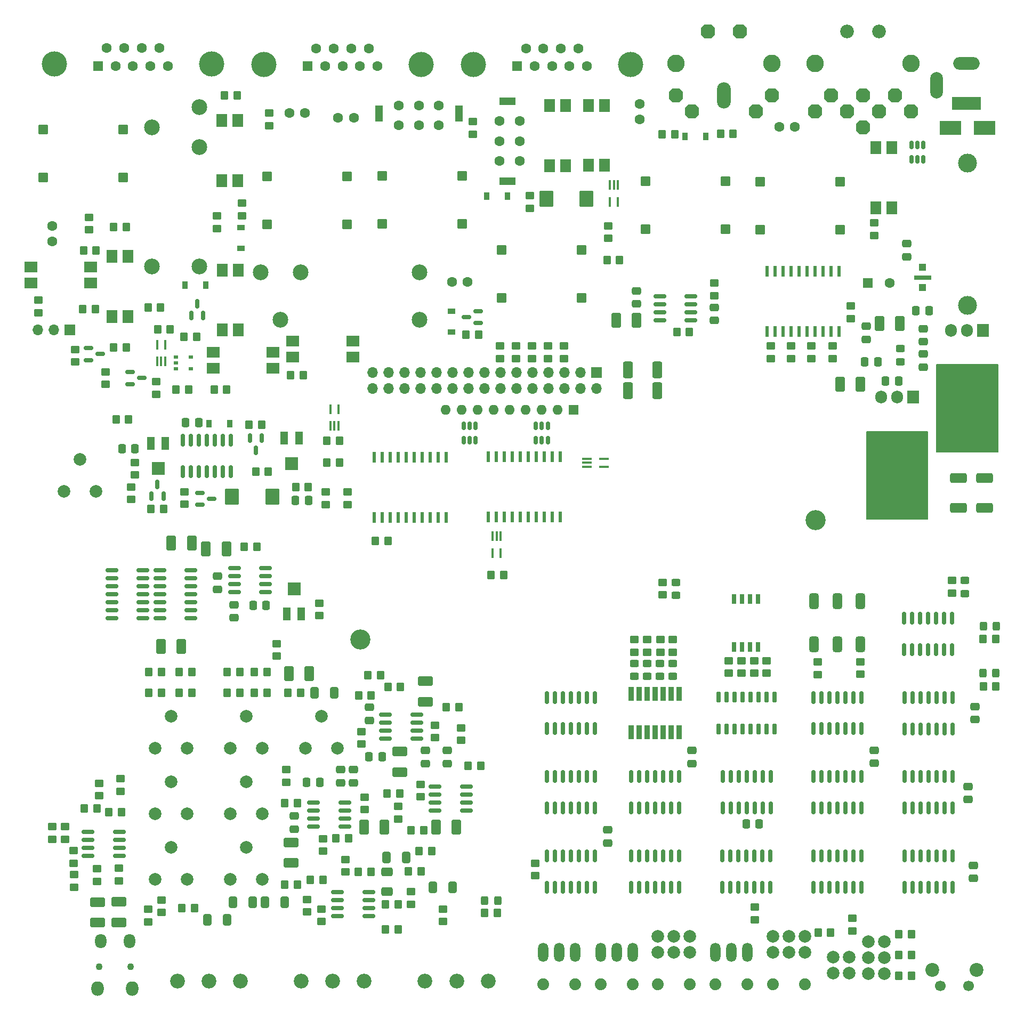
<source format=gts>
G04 #@! TF.GenerationSoftware,KiCad,Pcbnew,6.0.2+dfsg-1*
G04 #@! TF.CreationDate,2023-04-04T21:33:44+02:00*
G04 #@! TF.ProjectId,fm-rpt-control,666d2d72-7074-42d6-936f-6e74726f6c2e,A*
G04 #@! TF.SameCoordinates,Original*
G04 #@! TF.FileFunction,Soldermask,Top*
G04 #@! TF.FilePolarity,Negative*
%FSLAX46Y46*%
G04 Gerber Fmt 4.6, Leading zero omitted, Abs format (unit mm)*
G04 Created by KiCad (PCBNEW 6.0.2+dfsg-1) date 2023-04-04 21:33:44*
%MOMM*%
%LPD*%
G01*
G04 APERTURE LIST*
G04 Aperture macros list*
%AMRoundRect*
0 Rectangle with rounded corners*
0 $1 Rounding radius*
0 $2 $3 $4 $5 $6 $7 $8 $9 X,Y pos of 4 corners*
0 Add a 4 corners polygon primitive as box body*
4,1,4,$2,$3,$4,$5,$6,$7,$8,$9,$2,$3,0*
0 Add four circle primitives for the rounded corners*
1,1,$1+$1,$2,$3*
1,1,$1+$1,$4,$5*
1,1,$1+$1,$6,$7*
1,1,$1+$1,$8,$9*
0 Add four rect primitives between the rounded corners*
20,1,$1+$1,$2,$3,$4,$5,0*
20,1,$1+$1,$4,$5,$6,$7,0*
20,1,$1+$1,$6,$7,$8,$9,0*
20,1,$1+$1,$8,$9,$2,$3,0*%
%AMFreePoly0*
4,1,25,0.555019,1.072796,0.567142,1.062442,1.062442,0.567142,1.090949,0.511194,1.092200,0.495300,1.092200,-0.495300,1.072796,-0.555019,1.062442,-0.567142,0.567142,-1.062442,0.511194,-1.090949,0.495300,-1.092200,-0.495300,-1.092200,-0.555019,-1.072796,-0.567142,-1.062442,-1.062442,-0.567142,-1.090949,-0.511194,-1.092200,-0.495300,-1.092200,0.495300,-1.072796,0.555019,-1.062442,0.567142,
-0.567142,1.062442,-0.511194,1.090949,-0.495300,1.092200,0.495300,1.092200,0.555019,1.072796,0.555019,1.072796,$1*%
G04 Aperture macros list end*
%ADD10C,0.150000*%
%ADD11C,0.010000*%
%ADD12RoundRect,0.250000X0.350000X0.450000X-0.350000X0.450000X-0.350000X-0.450000X0.350000X-0.450000X0*%
%ADD13RoundRect,0.250001X0.499999X0.924999X-0.499999X0.924999X-0.499999X-0.924999X0.499999X-0.924999X0*%
%ADD14RoundRect,0.250000X-0.412500X-0.650000X0.412500X-0.650000X0.412500X0.650000X-0.412500X0.650000X0*%
%ADD15C,1.600000*%
%ADD16R,1.200000X2.500000*%
%ADD17RoundRect,0.250000X-0.475000X0.337500X-0.475000X-0.337500X0.475000X-0.337500X0.475000X0.337500X0*%
%ADD18R,3.500000X2.300000*%
%ADD19O,1.625600X3.048000*%
%ADD20C,1.879600*%
%ADD21RoundRect,0.250000X-0.450000X0.350000X-0.450000X-0.350000X0.450000X-0.350000X0.450000X0.350000X0*%
%ADD22C,2.000000*%
%ADD23RoundRect,0.150000X0.150000X-0.587500X0.150000X0.587500X-0.150000X0.587500X-0.150000X-0.587500X0*%
%ADD24C,2.794000*%
%ADD25FreePoly0,180.000000*%
%ADD26O,2.184400X4.165600*%
%ADD27RoundRect,0.250000X-0.650000X0.412500X-0.650000X-0.412500X0.650000X-0.412500X0.650000X0.412500X0*%
%ADD28RoundRect,0.250000X0.450000X-0.350000X0.450000X0.350000X-0.450000X0.350000X-0.450000X-0.350000X0*%
%ADD29RoundRect,0.150000X-0.150000X0.825000X-0.150000X-0.825000X0.150000X-0.825000X0.150000X0.825000X0*%
%ADD30RoundRect,0.250000X-0.350000X-0.450000X0.350000X-0.450000X0.350000X0.450000X-0.350000X0.450000X0*%
%ADD31RoundRect,0.250000X0.337500X0.475000X-0.337500X0.475000X-0.337500X-0.475000X0.337500X-0.475000X0*%
%ADD32RoundRect,0.250000X0.475000X-0.337500X0.475000X0.337500X-0.475000X0.337500X-0.475000X-0.337500X0*%
%ADD33C,4.000000*%
%ADD34R,1.600000X1.600000*%
%ADD35RoundRect,0.250000X-0.450000X0.325000X-0.450000X-0.325000X0.450000X-0.325000X0.450000X0.325000X0*%
%ADD36RoundRect,0.250000X-0.875000X-1.025000X0.875000X-1.025000X0.875000X1.025000X-0.875000X1.025000X0*%
%ADD37RoundRect,0.150000X-0.825000X-0.150000X0.825000X-0.150000X0.825000X0.150000X-0.825000X0.150000X0*%
%ADD38O,1.600000X1.600000*%
%ADD39RoundRect,0.250000X0.412500X0.650000X-0.412500X0.650000X-0.412500X-0.650000X0.412500X-0.650000X0*%
%ADD40R,0.400000X1.500000*%
%ADD41R,1.700000X1.700000*%
%ADD42O,1.700000X1.700000*%
%ADD43RoundRect,0.101600X-0.654000X0.654000X-0.654000X-0.654000X0.654000X-0.654000X0.654000X0.654000X0*%
%ADD44RoundRect,0.101600X0.330200X1.016000X-0.330200X1.016000X-0.330200X-1.016000X0.330200X-1.016000X0*%
%ADD45C,2.003200*%
%ADD46RoundRect,0.250000X-0.337500X-0.475000X0.337500X-0.475000X0.337500X0.475000X-0.337500X0.475000X0*%
%ADD47RoundRect,0.101600X0.654000X-0.654000X0.654000X0.654000X-0.654000X0.654000X-0.654000X-0.654000X0*%
%ADD48RoundRect,0.150000X0.150000X-0.512500X0.150000X0.512500X-0.150000X0.512500X-0.150000X-0.512500X0*%
%ADD49RoundRect,0.375000X0.375000X-0.875000X0.375000X0.875000X-0.375000X0.875000X-0.375000X-0.875000X0*%
%ADD50C,2.340000*%
%ADD51R,2.500000X1.200000*%
%ADD52R,1.780000X2.000000*%
%ADD53RoundRect,0.249999X-0.512501X-1.075001X0.512501X-1.075001X0.512501X1.075001X-0.512501X1.075001X0*%
%ADD54R,0.900000X1.200000*%
%ADD55RoundRect,0.150000X-0.587500X-0.150000X0.587500X-0.150000X0.587500X0.150000X-0.587500X0.150000X0*%
%ADD56RoundRect,0.150000X-0.150000X0.587500X-0.150000X-0.587500X0.150000X-0.587500X0.150000X0.587500X0*%
%ADD57R,0.700000X0.510000*%
%ADD58RoundRect,0.250001X-0.499999X-0.924999X0.499999X-0.924999X0.499999X0.924999X-0.499999X0.924999X0*%
%ADD59C,1.100000*%
%ADD60O,1.800000X2.300000*%
%ADD61O,2.000000X2.300000*%
%ADD62R,1.500000X0.400000*%
%ADD63R,2.000000X1.780000*%
%ADD64C,2.200000*%
%ADD65C,1.700000*%
%ADD66RoundRect,0.150000X0.587500X0.150000X-0.587500X0.150000X-0.587500X-0.150000X0.587500X-0.150000X0*%
%ADD67R,1.300000X2.000000*%
%ADD68R,2.000000X2.000000*%
%ADD69RoundRect,0.150000X-0.150000X0.725000X-0.150000X-0.725000X0.150000X-0.725000X0.150000X0.725000X0*%
%ADD70RoundRect,0.250001X-0.924999X0.499999X-0.924999X-0.499999X0.924999X-0.499999X0.924999X0.499999X0*%
%ADD71R,0.533400X1.803400*%
%ADD72RoundRect,0.249999X-1.075001X0.512501X-1.075001X-0.512501X1.075001X-0.512501X1.075001X0.512501X0*%
%ADD73RoundRect,0.250000X-0.325000X-0.450000X0.325000X-0.450000X0.325000X0.450000X-0.325000X0.450000X0*%
%ADD74RoundRect,0.250001X0.924999X-0.499999X0.924999X0.499999X-0.924999X0.499999X-0.924999X-0.499999X0*%
%ADD75C,3.200000*%
%ADD76O,3.500000X3.500000*%
%ADD77R,1.905000X2.000000*%
%ADD78O,1.905000X2.000000*%
%ADD79R,1.200000X0.900000*%
%ADD80R,4.600000X2.000000*%
%ADD81O,4.200000X2.000000*%
%ADD82O,2.000000X4.200000*%
%ADD83C,3.000000*%
%ADD84C,2.500000*%
%ADD85R,0.760000X1.600000*%
%ADD86RoundRect,0.250000X0.450000X-0.325000X0.450000X0.325000X-0.450000X0.325000X-0.450000X-0.325000X0*%
%ADD87C,2.184400*%
G04 APERTURE END LIST*
D10*
X150890000Y-81660000D02*
X160580000Y-81660000D01*
X160580000Y-81660000D02*
X160580000Y-95560000D01*
X160580000Y-95560000D02*
X150890000Y-95560000D01*
X150890000Y-95560000D02*
X150890000Y-81660000D01*
G36*
X150890000Y-81660000D02*
G01*
X160580000Y-81660000D01*
X160580000Y-95560000D01*
X150890000Y-95560000D01*
X150890000Y-81660000D01*
G37*
X162000000Y-70960000D02*
X171690000Y-70960000D01*
X171690000Y-70960000D02*
X171690000Y-84860000D01*
X171690000Y-84860000D02*
X162000000Y-84860000D01*
X162000000Y-84860000D02*
X162000000Y-70960000D01*
G36*
X162000000Y-70960000D02*
G01*
X171690000Y-70960000D01*
X171690000Y-84860000D01*
X162000000Y-84860000D01*
X162000000Y-70960000D01*
G37*
D11*
X161020000Y-56820000D02*
X161020000Y-57420000D01*
X161020000Y-57420000D02*
X158420000Y-57420000D01*
X158420000Y-57420000D02*
X158420000Y-56820000D01*
X158420000Y-56820000D02*
X161020000Y-56820000D01*
G36*
X161020000Y-57420000D02*
G01*
X158420000Y-57420000D01*
X158420000Y-56820000D01*
X161020000Y-56820000D01*
X161020000Y-57420000D01*
G37*
X161020000Y-57420000D02*
X158420000Y-57420000D01*
X158420000Y-56820000D01*
X161020000Y-56820000D01*
X161020000Y-57420000D01*
X160220000Y-58220000D02*
X160220000Y-59220000D01*
X160220000Y-59220000D02*
X159220000Y-59220000D01*
X159220000Y-59220000D02*
X159220000Y-58220000D01*
X159220000Y-58220000D02*
X160220000Y-58220000D01*
G36*
X160220000Y-59220000D02*
G01*
X159220000Y-59220000D01*
X159220000Y-58220000D01*
X160220000Y-58220000D01*
X160220000Y-59220000D01*
G37*
X160220000Y-59220000D02*
X159220000Y-59220000D01*
X159220000Y-58220000D01*
X160220000Y-58220000D01*
X160220000Y-59220000D01*
X160220000Y-55020000D02*
X160220000Y-56020000D01*
X160220000Y-56020000D02*
X159220000Y-56020000D01*
X159220000Y-56020000D02*
X159220000Y-55020000D01*
X159220000Y-55020000D02*
X160220000Y-55020000D01*
G36*
X160220000Y-56020000D02*
G01*
X159220000Y-56020000D01*
X159220000Y-55020000D01*
X160220000Y-55020000D01*
X160220000Y-56020000D01*
G37*
X160220000Y-56020000D02*
X159220000Y-56020000D01*
X159220000Y-55020000D01*
X160220000Y-55020000D01*
X160220000Y-56020000D01*
D12*
X54000000Y-99950000D03*
X52000000Y-99950000D03*
D13*
X114325000Y-63950000D03*
X111075000Y-63950000D03*
D14*
X74637500Y-149352000D03*
X77762500Y-149352000D03*
D15*
X76575000Y-29826000D03*
X79750000Y-29826000D03*
X82925000Y-29826000D03*
X76575000Y-33001000D03*
X79750000Y-33001000D03*
X82925000Y-33001000D03*
D16*
X73400000Y-31096000D03*
X86100000Y-31096000D03*
D17*
X157226000Y-51794500D03*
X157226000Y-53869500D03*
D13*
X149875000Y-74150000D03*
X146625000Y-74150000D03*
D12*
X89250000Y-66250000D03*
X87250000Y-66250000D03*
X81772000Y-148336000D03*
X79772000Y-148336000D03*
D18*
X169630000Y-33370000D03*
X164230000Y-33370000D03*
D19*
X104550000Y-164400000D03*
X102010000Y-164400000D03*
X99470000Y-164400000D03*
D20*
X104550000Y-169480000D03*
X99470000Y-169480000D03*
D21*
X25000000Y-152050000D03*
X25000000Y-154050000D03*
D22*
X42926000Y-131941000D03*
X40386000Y-126861000D03*
X37846000Y-131941000D03*
D23*
X43630000Y-63207500D03*
X45530000Y-63207500D03*
X44580000Y-61332500D03*
D22*
X54864000Y-142355000D03*
X52324000Y-137275000D03*
X49784000Y-142355000D03*
D24*
X135820000Y-23130000D03*
X120580000Y-23130000D03*
D25*
X120580000Y-28210000D03*
D26*
X128200000Y-28210000D03*
D25*
X135820000Y-28210000D03*
X123120000Y-30750000D03*
X133280000Y-30750000D03*
X130740000Y-18050000D03*
X125660000Y-18050000D03*
D27*
X74676000Y-151638000D03*
X74676000Y-154763000D03*
D28*
X97756000Y-70056000D03*
X97756000Y-68056000D03*
X64262000Y-159496000D03*
X64262000Y-157496000D03*
D29*
X121110000Y-136465000D03*
X119840000Y-136465000D03*
X118570000Y-136465000D03*
X117300000Y-136465000D03*
X116030000Y-136465000D03*
X114760000Y-136465000D03*
X113490000Y-136465000D03*
X113490000Y-141415000D03*
X114760000Y-141415000D03*
X116030000Y-141415000D03*
X117300000Y-141415000D03*
X118570000Y-141415000D03*
X119840000Y-141415000D03*
X121110000Y-141415000D03*
D30*
X72850000Y-99050000D03*
X74850000Y-99050000D03*
D29*
X150070000Y-136455000D03*
X148800000Y-136455000D03*
X147530000Y-136455000D03*
X146260000Y-136455000D03*
X144990000Y-136455000D03*
X143720000Y-136455000D03*
X142450000Y-136455000D03*
X142450000Y-141405000D03*
X143720000Y-141405000D03*
X144990000Y-141405000D03*
X146260000Y-141405000D03*
X147530000Y-141405000D03*
X148800000Y-141405000D03*
X150070000Y-141405000D03*
D31*
X55487500Y-109300000D03*
X53412500Y-109300000D03*
D30*
X49292000Y-123190000D03*
X51292000Y-123190000D03*
D32*
X159860000Y-71387500D03*
X159860000Y-69312500D03*
D28*
X129000000Y-120050000D03*
X129000000Y-118050000D03*
X32400000Y-138800000D03*
X32400000Y-136800000D03*
D33*
X46850000Y-23280331D03*
X21850000Y-23280331D03*
D34*
X28810000Y-23580331D03*
D15*
X31580000Y-23580331D03*
X34350000Y-23580331D03*
X37120000Y-23580331D03*
X39890000Y-23580331D03*
X30195000Y-20740331D03*
X32965000Y-20740331D03*
X35735000Y-20740331D03*
X38505000Y-20740331D03*
D32*
X47750000Y-106687500D03*
X47750000Y-104612500D03*
D35*
X120100000Y-118475000D03*
X120100000Y-120525000D03*
D36*
X100000000Y-44700000D03*
X106400000Y-44700000D03*
D32*
X59944000Y-144785500D03*
X59944000Y-142710500D03*
D29*
X121120000Y-149095000D03*
X119850000Y-149095000D03*
X118580000Y-149095000D03*
X117310000Y-149095000D03*
X116040000Y-149095000D03*
X114770000Y-149095000D03*
X113500000Y-149095000D03*
X113500000Y-154045000D03*
X114770000Y-154045000D03*
X116040000Y-154045000D03*
X117310000Y-154045000D03*
X118580000Y-154045000D03*
X119850000Y-154045000D03*
X121120000Y-154045000D03*
D37*
X50475000Y-103295000D03*
X50475000Y-104565000D03*
X50475000Y-105835000D03*
X50475000Y-107105000D03*
X55425000Y-107105000D03*
X55425000Y-105835000D03*
X55425000Y-104565000D03*
X55425000Y-103295000D03*
D34*
X104375000Y-78200000D03*
D38*
X101835000Y-78200000D03*
X99295000Y-78200000D03*
X96755000Y-78200000D03*
X94215000Y-78200000D03*
X91675000Y-78200000D03*
X89135000Y-78200000D03*
X86595000Y-78200000D03*
X84055000Y-78200000D03*
D30*
X41672000Y-123190000D03*
X43672000Y-123190000D03*
D12*
X43200000Y-74950000D03*
X41200000Y-74950000D03*
D29*
X49860000Y-83025000D03*
X48590000Y-83025000D03*
X47320000Y-83025000D03*
X46050000Y-83025000D03*
X44780000Y-83025000D03*
X43510000Y-83025000D03*
X42240000Y-83025000D03*
X42240000Y-87975000D03*
X43510000Y-87975000D03*
X44780000Y-87975000D03*
X46050000Y-87975000D03*
X47320000Y-87975000D03*
X48590000Y-87975000D03*
X49860000Y-87975000D03*
D12*
X32500000Y-142100000D03*
X30500000Y-142100000D03*
D39*
X58458500Y-156464000D03*
X55333500Y-156464000D03*
D40*
X92750000Y-98270000D03*
X92100000Y-98270000D03*
X91450000Y-98270000D03*
X91450000Y-100930000D03*
X92750000Y-100930000D03*
D22*
X145530000Y-165130000D03*
X148070000Y-165130000D03*
X145530000Y-167670000D03*
X148070000Y-167670000D03*
D40*
X111400000Y-42470000D03*
X110750000Y-42470000D03*
X110100000Y-42470000D03*
X110100000Y-45130000D03*
X111400000Y-45130000D03*
D21*
X135670000Y-68030000D03*
X135670000Y-70030000D03*
D41*
X24335000Y-65500000D03*
D42*
X21795000Y-65500000D03*
X19255000Y-65500000D03*
D30*
X53850000Y-88000000D03*
X55850000Y-88000000D03*
D21*
X143100000Y-118250000D03*
X143100000Y-120250000D03*
D12*
X67150000Y-86570000D03*
X65150000Y-86570000D03*
D28*
X28950000Y-139500000D03*
X28950000Y-137500000D03*
D29*
X135600000Y-149085000D03*
X134330000Y-149085000D03*
X133060000Y-149085000D03*
X131790000Y-149085000D03*
X130520000Y-149085000D03*
X129250000Y-149085000D03*
X127980000Y-149085000D03*
X127980000Y-154035000D03*
X129250000Y-154035000D03*
X130520000Y-154035000D03*
X131790000Y-154035000D03*
X133060000Y-154035000D03*
X134330000Y-154035000D03*
X135600000Y-154035000D03*
D15*
X114830000Y-29570000D03*
X114830000Y-32070000D03*
D43*
X105615000Y-60375000D03*
X105615000Y-52755000D03*
X92915000Y-60375000D03*
X92915000Y-52755000D03*
D30*
X127690000Y-34320000D03*
X129690000Y-34320000D03*
D15*
X59200000Y-31000000D03*
X61700000Y-31000000D03*
D21*
X71120000Y-139716000D03*
X71120000Y-141716000D03*
D37*
X63057000Y-140573000D03*
X63057000Y-141843000D03*
X63057000Y-143113000D03*
X63057000Y-144383000D03*
X68007000Y-144383000D03*
X68007000Y-143113000D03*
X68007000Y-141843000D03*
X68007000Y-140573000D03*
D21*
X82296000Y-128286000D03*
X82296000Y-130286000D03*
D37*
X27225000Y-145245000D03*
X27225000Y-146515000D03*
X27225000Y-147785000D03*
X27225000Y-149055000D03*
X32175000Y-149055000D03*
X32175000Y-147785000D03*
X32175000Y-146515000D03*
X32175000Y-145245000D03*
D28*
X28600000Y-153100000D03*
X28600000Y-151100000D03*
D30*
X53610000Y-123190000D03*
X55610000Y-123190000D03*
D44*
X121110000Y-123306600D03*
X119840000Y-123306600D03*
X118570000Y-123306600D03*
X117300000Y-123306600D03*
X116030000Y-123306600D03*
X114760000Y-123306600D03*
X113490000Y-123306600D03*
X113490000Y-129453400D03*
X114760000Y-129453400D03*
X116030000Y-129453400D03*
X117300000Y-129453400D03*
X118570000Y-129453400D03*
X119840000Y-129453400D03*
X121110000Y-129453400D03*
D32*
X84300000Y-134387500D03*
X84300000Y-132312500D03*
D45*
X122790000Y-164420000D03*
X120250000Y-164420000D03*
X117710000Y-164420000D03*
X122790000Y-161880000D03*
X120250000Y-161880000D03*
X117710000Y-161880000D03*
D20*
X122790000Y-169500000D03*
X117710000Y-169500000D03*
D46*
X32612500Y-84400000D03*
X34687500Y-84400000D03*
D12*
X33650000Y-79750000D03*
X31650000Y-79750000D03*
D28*
X118500000Y-107600000D03*
X118500000Y-105600000D03*
D30*
X58944000Y-123190000D03*
X60944000Y-123190000D03*
D28*
X92676000Y-70056000D03*
X92676000Y-68056000D03*
X80010000Y-139684000D03*
X80010000Y-137684000D03*
D12*
X76850000Y-122200000D03*
X74850000Y-122200000D03*
D21*
X42550000Y-91200000D03*
X42550000Y-93200000D03*
D47*
X55675000Y-41095000D03*
X55675000Y-48715000D03*
X68375000Y-41095000D03*
X68375000Y-48715000D03*
D48*
X98330000Y-83037500D03*
X99280000Y-83037500D03*
X100230000Y-83037500D03*
X100230000Y-80762500D03*
X99280000Y-80762500D03*
X98330000Y-80762500D03*
D21*
X149883500Y-118200000D03*
X149883500Y-120200000D03*
D29*
X107720000Y-136475000D03*
X106450000Y-136475000D03*
X105180000Y-136475000D03*
X103910000Y-136475000D03*
X102640000Y-136475000D03*
X101370000Y-136475000D03*
X100100000Y-136475000D03*
X100100000Y-141425000D03*
X101370000Y-141425000D03*
X102640000Y-141425000D03*
X103910000Y-141425000D03*
X105180000Y-141425000D03*
X106450000Y-141425000D03*
X107720000Y-141425000D03*
D21*
X58674000Y-135382000D03*
X58674000Y-137382000D03*
D29*
X107710000Y-123895000D03*
X106440000Y-123895000D03*
X105170000Y-123895000D03*
X103900000Y-123895000D03*
X102630000Y-123895000D03*
X101360000Y-123895000D03*
X100090000Y-123895000D03*
X100090000Y-128845000D03*
X101360000Y-128845000D03*
X102630000Y-128845000D03*
X103900000Y-128845000D03*
X105170000Y-128845000D03*
X106440000Y-128845000D03*
X107710000Y-128845000D03*
D49*
X142552000Y-115479000D03*
X146235000Y-115479000D03*
X149918000Y-115479000D03*
X142552000Y-108621000D03*
X146235000Y-108621000D03*
X149918000Y-108621000D03*
D30*
X37200000Y-93950000D03*
X39200000Y-93950000D03*
D15*
X66950000Y-31800000D03*
X69450000Y-31800000D03*
D39*
X53378500Y-156464000D03*
X50253500Y-156464000D03*
D28*
X24950000Y-150250000D03*
X24950000Y-148250000D03*
D50*
X41450000Y-168950000D03*
X46450000Y-168950000D03*
X51450000Y-168950000D03*
D30*
X70120000Y-151638000D03*
X72120000Y-151638000D03*
D15*
X92576000Y-38675000D03*
X92576000Y-35500000D03*
X92576000Y-32325000D03*
X95751000Y-38675000D03*
X95751000Y-35500000D03*
X95751000Y-32325000D03*
D51*
X93846000Y-41850000D03*
X93846000Y-29150000D03*
D28*
X164450000Y-107300000D03*
X164450000Y-105300000D03*
D30*
X38280000Y-65370000D03*
X40280000Y-65370000D03*
D37*
X74487000Y-126619000D03*
X74487000Y-127889000D03*
X74487000Y-129159000D03*
X74487000Y-130429000D03*
X79437000Y-130429000D03*
X79437000Y-129159000D03*
X79437000Y-127889000D03*
X79437000Y-126619000D03*
D52*
X51070000Y-55985000D03*
X48530000Y-55985000D03*
X48530000Y-65515000D03*
X51070000Y-65515000D03*
D32*
X150850000Y-66987500D03*
X150850000Y-64912500D03*
D53*
X112944500Y-71850000D03*
X117619500Y-71850000D03*
D32*
X114325000Y-61362500D03*
X114325000Y-59287500D03*
X50400000Y-111237500D03*
X50400000Y-109162500D03*
D52*
X100530000Y-39415000D03*
X103070000Y-39415000D03*
X103070000Y-29885000D03*
X100530000Y-29885000D03*
D37*
X66867000Y-154813000D03*
X66867000Y-156083000D03*
X66867000Y-157353000D03*
X66867000Y-158623000D03*
X71817000Y-158623000D03*
X71817000Y-157353000D03*
X71817000Y-156083000D03*
X71817000Y-154813000D03*
D12*
X50900000Y-28200000D03*
X48900000Y-28200000D03*
D41*
X107939000Y-72265000D03*
D42*
X107939000Y-74805000D03*
X105399000Y-72265000D03*
X105399000Y-74805000D03*
X102859000Y-72265000D03*
X102859000Y-74805000D03*
X100319000Y-72265000D03*
X100319000Y-74805000D03*
X97779000Y-72265000D03*
X97779000Y-74805000D03*
X95239000Y-72265000D03*
X95239000Y-74805000D03*
X92699000Y-72265000D03*
X92699000Y-74805000D03*
X90159000Y-72265000D03*
X90159000Y-74805000D03*
X87619000Y-72265000D03*
X87619000Y-74805000D03*
X85079000Y-72265000D03*
X85079000Y-74805000D03*
X82539000Y-72265000D03*
X82539000Y-74805000D03*
X79999000Y-72265000D03*
X79999000Y-74805000D03*
X77459000Y-72265000D03*
X77459000Y-74805000D03*
X74919000Y-72265000D03*
X74919000Y-74805000D03*
X72379000Y-72265000D03*
X72379000Y-74805000D03*
D29*
X164540000Y-136475000D03*
X163270000Y-136475000D03*
X162000000Y-136475000D03*
X160730000Y-136475000D03*
X159460000Y-136475000D03*
X158190000Y-136475000D03*
X156920000Y-136475000D03*
X156920000Y-141425000D03*
X158190000Y-141425000D03*
X159460000Y-141425000D03*
X160730000Y-141425000D03*
X162000000Y-141425000D03*
X163270000Y-141425000D03*
X164540000Y-141425000D03*
D52*
X106730000Y-39365000D03*
X109270000Y-39365000D03*
X109270000Y-29835000D03*
X106730000Y-29835000D03*
D22*
X28440000Y-91155000D03*
X25900000Y-86075000D03*
X23360000Y-91155000D03*
D47*
X115735000Y-41905000D03*
X115735000Y-49525000D03*
X128435000Y-41905000D03*
X128435000Y-49525000D03*
D54*
X93800000Y-44200000D03*
X90500000Y-44200000D03*
D47*
X73925000Y-41045000D03*
X73925000Y-48665000D03*
X86625000Y-41045000D03*
X86625000Y-48665000D03*
D28*
X32100000Y-153000000D03*
X32100000Y-151000000D03*
D55*
X44962500Y-91400000D03*
X44962500Y-93300000D03*
X46837500Y-92350000D03*
D30*
X71644000Y-120396000D03*
X73644000Y-120396000D03*
D56*
X54800000Y-82712500D03*
X52900000Y-82712500D03*
X53850000Y-84587500D03*
D15*
X21520000Y-51450000D03*
X21520000Y-48950000D03*
D57*
X41190000Y-69800000D03*
X41190000Y-70750000D03*
X41190000Y-71700000D03*
X43510000Y-71700000D03*
X43510000Y-69800000D03*
D35*
X120550000Y-105625000D03*
X120550000Y-107675000D03*
D58*
X59081000Y-120142000D03*
X62331000Y-120142000D03*
D59*
X34000000Y-166625000D03*
X29000000Y-166625000D03*
D60*
X29200000Y-162625000D03*
X33800000Y-162625000D03*
D61*
X28750000Y-170125000D03*
X34250000Y-170125000D03*
D28*
X61976000Y-157972000D03*
X61976000Y-155972000D03*
D62*
X106470000Y-85950000D03*
X106470000Y-86600000D03*
X106470000Y-87250000D03*
X109130000Y-87250000D03*
X109130000Y-85950000D03*
D63*
X27635000Y-58060000D03*
X27635000Y-55520000D03*
X18105000Y-55520000D03*
X18105000Y-58060000D03*
D52*
X50970000Y-32255000D03*
X48430000Y-32255000D03*
X48430000Y-41785000D03*
X50970000Y-41785000D03*
D39*
X85112500Y-154050000D03*
X81987500Y-154050000D03*
D64*
X161350000Y-167200000D03*
X168350000Y-167200000D03*
D65*
X167100000Y-169700000D03*
X162600000Y-169700000D03*
D28*
X27400000Y-49610000D03*
X27400000Y-47610000D03*
D63*
X47085000Y-69080000D03*
X47085000Y-71620000D03*
X56615000Y-71620000D03*
X56615000Y-69080000D03*
D28*
X113950000Y-116700000D03*
X113950000Y-114700000D03*
D32*
X67310000Y-137435500D03*
X67310000Y-135360500D03*
D30*
X36846000Y-119888000D03*
X38846000Y-119888000D03*
D28*
X131000000Y-120050000D03*
X131000000Y-118050000D03*
D54*
X122070000Y-34730000D03*
X125370000Y-34730000D03*
D28*
X102836000Y-70056000D03*
X102836000Y-68056000D03*
D48*
X158000000Y-38375000D03*
X158950000Y-38375000D03*
X159900000Y-38375000D03*
X159900000Y-36100000D03*
X158950000Y-36100000D03*
X158000000Y-36100000D03*
D21*
X34650000Y-86550000D03*
X34650000Y-88550000D03*
X38850000Y-156050000D03*
X38850000Y-158050000D03*
D28*
X97350000Y-46150000D03*
X97350000Y-44150000D03*
D12*
X68564000Y-146304000D03*
X66564000Y-146304000D03*
D21*
X78486000Y-154740500D03*
X78486000Y-156740500D03*
D28*
X148575000Y-160975000D03*
X148575000Y-158975000D03*
D17*
X168050000Y-125312500D03*
X168050000Y-127387500D03*
D66*
X89185500Y-64424000D03*
X89185500Y-62524000D03*
X87310500Y-63474000D03*
D31*
X73935500Y-133350000D03*
X71860500Y-133350000D03*
D37*
X82361000Y-138049000D03*
X82361000Y-139319000D03*
X82361000Y-140589000D03*
X82361000Y-141859000D03*
X87311000Y-141859000D03*
X87311000Y-140589000D03*
X87311000Y-139319000D03*
X87311000Y-138049000D03*
D30*
X42100000Y-157350000D03*
X44100000Y-157350000D03*
D35*
X166500000Y-105325000D03*
X166500000Y-107375000D03*
D29*
X164500000Y-123935000D03*
X163230000Y-123935000D03*
X161960000Y-123935000D03*
X160690000Y-123935000D03*
X159420000Y-123935000D03*
X158150000Y-123935000D03*
X156880000Y-123935000D03*
X156880000Y-128885000D03*
X158150000Y-128885000D03*
X159420000Y-128885000D03*
X160690000Y-128885000D03*
X161960000Y-128885000D03*
X163230000Y-128885000D03*
X164500000Y-128885000D03*
D30*
X109650000Y-54400000D03*
X111650000Y-54400000D03*
D67*
X39500000Y-83500000D03*
D68*
X38350000Y-87500000D03*
D67*
X37200000Y-83500000D03*
D69*
X136275000Y-123795000D03*
X135005000Y-123795000D03*
X133735000Y-123795000D03*
X132465000Y-123795000D03*
X131195000Y-123795000D03*
X129925000Y-123795000D03*
X128655000Y-123795000D03*
X127385000Y-123795000D03*
X127385000Y-128945000D03*
X128655000Y-128945000D03*
X129925000Y-128945000D03*
X131195000Y-128945000D03*
X132465000Y-128945000D03*
X133735000Y-128945000D03*
X135005000Y-128945000D03*
X136275000Y-128945000D03*
D31*
X133837500Y-144000000D03*
X131762500Y-144000000D03*
D30*
X53610000Y-119888000D03*
X55610000Y-119888000D03*
D21*
X98250000Y-150200000D03*
X98250000Y-152200000D03*
D22*
X42926000Y-142355000D03*
X40386000Y-137275000D03*
X37846000Y-142355000D03*
D40*
X65700000Y-80750000D03*
X66350000Y-80750000D03*
X67000000Y-80750000D03*
X67000000Y-78090000D03*
X65700000Y-78090000D03*
D28*
X68450000Y-93250000D03*
X68450000Y-91250000D03*
D13*
X49175000Y-100250000D03*
X45925000Y-100250000D03*
D31*
X62237500Y-92600000D03*
X60162500Y-92600000D03*
D12*
X49250000Y-74950000D03*
X47250000Y-74950000D03*
D21*
X23530000Y-144440000D03*
X23530000Y-146440000D03*
D30*
X155972000Y-168148000D03*
X157972000Y-168148000D03*
D70*
X28700000Y-156425000D03*
X28700000Y-159675000D03*
D13*
X85699000Y-144526000D03*
X82449000Y-144526000D03*
D22*
X42926000Y-152769000D03*
X40386000Y-147689000D03*
X37846000Y-152769000D03*
D30*
X31258000Y-68326000D03*
X33258000Y-68326000D03*
D31*
X44787500Y-80250000D03*
X42712500Y-80250000D03*
D30*
X155972000Y-164846000D03*
X157972000Y-164846000D03*
D21*
X38000000Y-73700000D03*
X38000000Y-75700000D03*
D12*
X120380000Y-34380000D03*
X118380000Y-34380000D03*
D28*
X51660000Y-47380000D03*
X51660000Y-45380000D03*
D71*
X84065000Y-85724800D03*
X82795000Y-85724800D03*
X81525000Y-85724800D03*
X80255000Y-85724800D03*
X78985000Y-85724800D03*
X77715000Y-85724800D03*
X76445000Y-85724800D03*
X75175000Y-85724800D03*
X73905000Y-85724800D03*
X72635000Y-85724800D03*
X72635000Y-95275200D03*
X73905000Y-95275200D03*
X75175000Y-95275200D03*
X76445000Y-95275200D03*
X77715000Y-95275200D03*
X78985000Y-95275200D03*
X80255000Y-95275200D03*
X81525000Y-95275200D03*
X82795000Y-95275200D03*
X84065000Y-95275200D03*
D17*
X167850000Y-150562500D03*
X167850000Y-152637500D03*
D46*
X61954500Y-137398000D03*
X64029500Y-137398000D03*
D22*
X54864000Y-152769000D03*
X52324000Y-147689000D03*
X49784000Y-152769000D03*
D12*
X72200000Y-123550000D03*
X70200000Y-123550000D03*
D30*
X42460000Y-66580000D03*
X44460000Y-66580000D03*
D12*
X61375000Y-72650000D03*
X59375000Y-72650000D03*
D30*
X143175000Y-161290000D03*
X145175000Y-161290000D03*
D72*
X169650000Y-89062500D03*
X169650000Y-93737500D03*
D21*
X63950000Y-108900000D03*
X63950000Y-110900000D03*
D28*
X86450000Y-130700000D03*
X86450000Y-128700000D03*
D29*
X150060000Y-149085000D03*
X148790000Y-149085000D03*
X147520000Y-149085000D03*
X146250000Y-149085000D03*
X144980000Y-149085000D03*
X143710000Y-149085000D03*
X142440000Y-149085000D03*
X142440000Y-154035000D03*
X143710000Y-154035000D03*
X144980000Y-154035000D03*
X146250000Y-154035000D03*
X147520000Y-154035000D03*
X148790000Y-154035000D03*
X150060000Y-154035000D03*
D21*
X133150000Y-157200000D03*
X133150000Y-159200000D03*
D67*
X60700000Y-82700000D03*
D68*
X59550000Y-86700000D03*
D67*
X58400000Y-82700000D03*
D46*
X158692500Y-62470000D03*
X160767500Y-62470000D03*
D36*
X50100000Y-92000000D03*
X56500000Y-92000000D03*
D73*
X90225000Y-156200000D03*
X92275000Y-156200000D03*
D29*
X150050000Y-123905000D03*
X148780000Y-123905000D03*
X147510000Y-123905000D03*
X146240000Y-123905000D03*
X144970000Y-123905000D03*
X143700000Y-123905000D03*
X142430000Y-123905000D03*
X142430000Y-128855000D03*
X143700000Y-128855000D03*
X144970000Y-128855000D03*
X146240000Y-128855000D03*
X147510000Y-128855000D03*
X148780000Y-128855000D03*
X150050000Y-128855000D03*
D30*
X60200000Y-90500000D03*
X62200000Y-90500000D03*
D28*
X83566000Y-159496000D03*
X83566000Y-157496000D03*
D74*
X80772000Y-124561000D03*
X80772000Y-121311000D03*
D30*
X36750000Y-61900000D03*
X38750000Y-61900000D03*
X78100000Y-151525000D03*
X80100000Y-151525000D03*
D22*
X66802000Y-131941000D03*
X64262000Y-126861000D03*
X61722000Y-131941000D03*
D37*
X118021250Y-60157500D03*
X118021250Y-61427500D03*
X118021250Y-62697500D03*
X118021250Y-63967500D03*
X122971250Y-63967500D03*
X122971250Y-62697500D03*
X122971250Y-61427500D03*
X122971250Y-60157500D03*
D22*
X54864000Y-131941000D03*
X52324000Y-126861000D03*
X49784000Y-131941000D03*
D12*
X86100000Y-125450000D03*
X84100000Y-125450000D03*
D35*
X113950000Y-118475000D03*
X113950000Y-120525000D03*
D67*
X58800000Y-110650000D03*
D68*
X59950000Y-106650000D03*
D67*
X61100000Y-110650000D03*
D30*
X62500000Y-152908000D03*
X64500000Y-152908000D03*
D28*
X95216000Y-70056000D03*
X95216000Y-68056000D03*
D75*
X142800000Y-95700000D03*
D46*
X150600500Y-70612000D03*
X152675500Y-70612000D03*
D30*
X36846000Y-123190000D03*
X38846000Y-123190000D03*
D29*
X107700000Y-149085000D03*
X106430000Y-149085000D03*
X105160000Y-149085000D03*
X103890000Y-149085000D03*
X102620000Y-149085000D03*
X101350000Y-149085000D03*
X100080000Y-149085000D03*
X100080000Y-154035000D03*
X101350000Y-154035000D03*
X102620000Y-154035000D03*
X103890000Y-154035000D03*
X105160000Y-154035000D03*
X106430000Y-154035000D03*
X107700000Y-154035000D03*
D76*
X166800000Y-82230000D03*
D77*
X169340000Y-65570000D03*
D78*
X166800000Y-65570000D03*
X164260000Y-65570000D03*
D28*
X64950000Y-93250000D03*
X64950000Y-91250000D03*
D73*
X169400000Y-112575000D03*
X171450000Y-112575000D03*
D13*
X156155000Y-64490000D03*
X152905000Y-64490000D03*
D53*
X112944500Y-75152000D03*
X117619500Y-75152000D03*
D71*
X135035000Y-65725200D03*
X136305000Y-65725200D03*
X137575000Y-65725200D03*
X138845000Y-65725200D03*
X140115000Y-65725200D03*
X141385000Y-65725200D03*
X142655000Y-65725200D03*
X143925000Y-65725200D03*
X145195000Y-65725200D03*
X146465000Y-65725200D03*
X146465000Y-56174800D03*
X145195000Y-56174800D03*
X143925000Y-56174800D03*
X142655000Y-56174800D03*
X141385000Y-56174800D03*
X140115000Y-56174800D03*
X138845000Y-56174800D03*
X137575000Y-56174800D03*
X136305000Y-56174800D03*
X135035000Y-56174800D03*
D12*
X122746250Y-65812500D03*
X120746250Y-65812500D03*
D21*
X34100000Y-90450000D03*
X34100000Y-92450000D03*
D35*
X116000000Y-118475000D03*
X116000000Y-120525000D03*
D30*
X49292000Y-119888000D03*
X51292000Y-119888000D03*
D47*
X133975000Y-41915000D03*
X133975000Y-49535000D03*
X146675000Y-41915000D03*
X146675000Y-49535000D03*
D12*
X171375000Y-114625000D03*
X169375000Y-114625000D03*
D28*
X133000000Y-120050000D03*
X133000000Y-118050000D03*
D21*
X76454000Y-141224000D03*
X76454000Y-143224000D03*
D79*
X51510000Y-52560000D03*
X51510000Y-49260000D03*
D28*
X36800000Y-159550000D03*
X36800000Y-157550000D03*
X68072000Y-151622000D03*
X68072000Y-149622000D03*
D70*
X76708000Y-132487000D03*
X76708000Y-135737000D03*
D58*
X40425000Y-99350000D03*
X43675000Y-99350000D03*
D70*
X32100000Y-156375000D03*
X32100000Y-159625000D03*
D17*
X167000000Y-138012500D03*
X167000000Y-140087500D03*
D12*
X76438000Y-156756500D03*
X74438000Y-156756500D03*
D28*
X25146000Y-70596000D03*
X25146000Y-68596000D03*
D17*
X109750000Y-144912500D03*
X109750000Y-146987500D03*
D21*
X57150000Y-115332000D03*
X57150000Y-117332000D03*
D30*
X52800000Y-80600000D03*
X54800000Y-80600000D03*
D54*
X45900000Y-58350000D03*
X42600000Y-58350000D03*
D50*
X61070000Y-168950000D03*
X66070000Y-168950000D03*
X71070000Y-168950000D03*
D32*
X126696250Y-64000000D03*
X126696250Y-61925000D03*
D21*
X148400000Y-61700000D03*
X148400000Y-63700000D03*
D52*
X152320000Y-46085000D03*
X154860000Y-46085000D03*
X154860000Y-36555000D03*
X152320000Y-36555000D03*
D12*
X80502000Y-145034000D03*
X78502000Y-145034000D03*
D55*
X27256500Y-68392000D03*
X27256500Y-70292000D03*
X29131500Y-69342000D03*
D80*
X166760000Y-29490000D03*
D81*
X166760000Y-23190000D03*
D82*
X161960000Y-26590000D03*
D29*
X164460000Y-111325000D03*
X163190000Y-111325000D03*
X161920000Y-111325000D03*
X160650000Y-111325000D03*
X159380000Y-111325000D03*
X158110000Y-111325000D03*
X156840000Y-111325000D03*
X156840000Y-116275000D03*
X158110000Y-116275000D03*
X159380000Y-116275000D03*
X160650000Y-116275000D03*
X161920000Y-116275000D03*
X163190000Y-116275000D03*
X164460000Y-116275000D03*
D79*
X84950000Y-65800000D03*
X84950000Y-62500000D03*
D40*
X38170000Y-70510000D03*
X38820000Y-70510000D03*
X39470000Y-70510000D03*
X39470000Y-67850000D03*
X38170000Y-67850000D03*
D28*
X120100000Y-116700000D03*
X120100000Y-114700000D03*
D73*
X169375000Y-120050000D03*
X171425000Y-120050000D03*
D21*
X145470000Y-68030000D03*
X145470000Y-70030000D03*
D12*
X89600000Y-134750000D03*
X87600000Y-134750000D03*
D28*
X55950000Y-33050000D03*
X55950000Y-31050000D03*
D63*
X59735000Y-67230000D03*
X59735000Y-69770000D03*
X69265000Y-69770000D03*
X69265000Y-67230000D03*
D83*
X166940000Y-61630000D03*
X166940000Y-39030000D03*
D22*
X151140000Y-162713500D03*
X153680000Y-162713500D03*
X151140000Y-165253500D03*
X153680000Y-165253500D03*
X151140000Y-167793500D03*
X153680000Y-167793500D03*
D33*
X88420000Y-23300331D03*
X113420000Y-23300331D03*
D34*
X95380000Y-23600331D03*
D15*
X98150000Y-23600331D03*
X100920000Y-23600331D03*
X103690000Y-23600331D03*
X106460000Y-23600331D03*
X96765000Y-20760331D03*
X99535000Y-20760331D03*
X102305000Y-20760331D03*
X105075000Y-20760331D03*
D34*
X151080000Y-58060000D03*
D15*
X154580000Y-58060000D03*
D17*
X123150000Y-132312500D03*
X123150000Y-134387500D03*
D37*
X38625000Y-103640000D03*
X38625000Y-104910000D03*
X38625000Y-106180000D03*
X38625000Y-107450000D03*
X38625000Y-108720000D03*
X38625000Y-109990000D03*
X38625000Y-111260000D03*
X43575000Y-111260000D03*
X43575000Y-109990000D03*
X43575000Y-108720000D03*
X43575000Y-107450000D03*
X43575000Y-106180000D03*
X43575000Y-104910000D03*
X43575000Y-103640000D03*
D30*
X91200000Y-104400000D03*
X93200000Y-104400000D03*
D28*
X135000000Y-120050000D03*
X135000000Y-118050000D03*
D52*
X33520000Y-53805000D03*
X30980000Y-53805000D03*
X30980000Y-63335000D03*
X33520000Y-63335000D03*
D21*
X19340000Y-60740000D03*
X19340000Y-62740000D03*
D12*
X28350000Y-62200000D03*
X26350000Y-62200000D03*
D71*
X102201000Y-85616800D03*
X100931000Y-85616800D03*
X99661000Y-85616800D03*
X98391000Y-85616800D03*
X97121000Y-85616800D03*
X95851000Y-85616800D03*
X94581000Y-85616800D03*
X93311000Y-85616800D03*
X92041000Y-85616800D03*
X90771000Y-85616800D03*
X90771000Y-95167200D03*
X92041000Y-95167200D03*
X93311000Y-95167200D03*
X94581000Y-95167200D03*
X95851000Y-95167200D03*
X97121000Y-95167200D03*
X98391000Y-95167200D03*
X99661000Y-95167200D03*
X100931000Y-95167200D03*
X102201000Y-95167200D03*
D54*
X46450000Y-80400000D03*
X49750000Y-80400000D03*
D35*
X118050000Y-118475000D03*
X118050000Y-120525000D03*
D55*
X33860500Y-72202000D03*
X33860500Y-74102000D03*
X35735500Y-73152000D03*
D37*
X30975000Y-103640000D03*
X30975000Y-104910000D03*
X30975000Y-106180000D03*
X30975000Y-107450000D03*
X30975000Y-108720000D03*
X30975000Y-109990000D03*
X30975000Y-111260000D03*
X35925000Y-111260000D03*
X35925000Y-109990000D03*
X35925000Y-108720000D03*
X35925000Y-107450000D03*
X35925000Y-106180000D03*
X35925000Y-104910000D03*
X35925000Y-103640000D03*
D33*
X55130000Y-23300331D03*
X80130000Y-23300331D03*
D34*
X62090000Y-23600331D03*
D15*
X64860000Y-23600331D03*
X67630000Y-23600331D03*
X70400000Y-23600331D03*
X73170000Y-23600331D03*
X63475000Y-20760331D03*
X66245000Y-20760331D03*
X69015000Y-20760331D03*
X71785000Y-20760331D03*
D21*
X88300000Y-32400000D03*
X88300000Y-34400000D03*
D15*
X136990000Y-33210000D03*
X139490000Y-33210000D03*
D47*
X20100000Y-33670000D03*
X20100000Y-41290000D03*
X32800000Y-33670000D03*
X32800000Y-41290000D03*
D45*
X141040000Y-164420000D03*
X138500000Y-164420000D03*
X135960000Y-164420000D03*
X141040000Y-161880000D03*
X138500000Y-161880000D03*
X135960000Y-161880000D03*
D20*
X141040000Y-169500000D03*
X135960000Y-169500000D03*
D28*
X116000000Y-116700000D03*
X116000000Y-114700000D03*
D15*
X85000000Y-57850000D03*
X87500000Y-57850000D03*
D21*
X138870000Y-68030000D03*
X138870000Y-70030000D03*
D84*
X57788500Y-63846500D03*
X60963500Y-56353500D03*
X54613500Y-56353500D03*
X79886500Y-63846500D03*
X79886500Y-56353500D03*
D30*
X31260000Y-49160000D03*
X33260000Y-49160000D03*
D28*
X100296000Y-70056000D03*
X100296000Y-68056000D03*
D21*
X109800000Y-48950000D03*
X109800000Y-50950000D03*
D85*
X129845000Y-115860000D03*
X131115000Y-115860000D03*
X132385000Y-115860000D03*
X133655000Y-115860000D03*
X133655000Y-108240000D03*
X132385000Y-108240000D03*
X131115000Y-108240000D03*
X129845000Y-108240000D03*
D21*
X47650000Y-47400000D03*
X47650000Y-49400000D03*
D12*
X67150000Y-83120000D03*
X65150000Y-83120000D03*
D76*
X155720000Y-92800000D03*
D77*
X158260000Y-76140000D03*
D78*
X155720000Y-76140000D03*
X153180000Y-76140000D03*
D72*
X165500000Y-89062500D03*
X165500000Y-93737500D03*
D28*
X64516000Y-148320000D03*
X64516000Y-146320000D03*
D14*
X46189500Y-159250000D03*
X49314500Y-159250000D03*
D75*
X70450000Y-114700000D03*
D30*
X74692000Y-139192000D03*
X76692000Y-139192000D03*
D13*
X74269000Y-144526000D03*
X71019000Y-144526000D03*
D19*
X113690000Y-164400000D03*
X111150000Y-164400000D03*
X108610000Y-164400000D03*
D20*
X113690000Y-169480000D03*
X108610000Y-169480000D03*
D50*
X80750000Y-168950000D03*
X85750000Y-168950000D03*
X90750000Y-168950000D03*
D21*
X152070000Y-48500000D03*
X152070000Y-50500000D03*
D12*
X28600000Y-141500000D03*
X26600000Y-141500000D03*
D28*
X118100000Y-116700000D03*
X118100000Y-114700000D03*
D21*
X142120000Y-68030000D03*
X142120000Y-70030000D03*
D28*
X126696250Y-60062500D03*
X126696250Y-58062500D03*
D29*
X164560000Y-149075000D03*
X163290000Y-149075000D03*
X162020000Y-149075000D03*
X160750000Y-149075000D03*
X159480000Y-149075000D03*
X158210000Y-149075000D03*
X156940000Y-149075000D03*
X156940000Y-154025000D03*
X158210000Y-154025000D03*
X159480000Y-154025000D03*
X160750000Y-154025000D03*
X162020000Y-154025000D03*
X163290000Y-154025000D03*
X164560000Y-154025000D03*
D21*
X29972000Y-72152000D03*
X29972000Y-74152000D03*
D30*
X58436000Y-153670000D03*
X60436000Y-153670000D03*
D28*
X21498000Y-146440000D03*
X21498000Y-144440000D03*
D19*
X131940000Y-164380000D03*
X129400000Y-164380000D03*
X126860000Y-164380000D03*
D20*
X131940000Y-169460000D03*
X126860000Y-169460000D03*
D12*
X171400000Y-122100000D03*
X169400000Y-122100000D03*
D17*
X152100000Y-132262500D03*
X152100000Y-134337500D03*
D86*
X156270000Y-70535000D03*
X156270000Y-68485000D03*
D23*
X37300000Y-91887500D03*
X39200000Y-91887500D03*
X38250000Y-90012500D03*
D46*
X153902500Y-73660000D03*
X155977500Y-73660000D03*
D30*
X41672000Y-119888000D03*
X43672000Y-119888000D03*
D24*
X142670000Y-23140000D03*
X157910000Y-23140000D03*
D25*
X145210000Y-28220000D03*
X150290000Y-28220000D03*
X155370000Y-28220000D03*
X147750000Y-30760000D03*
X152830000Y-30760000D03*
X150290000Y-33300000D03*
X142670000Y-30760000D03*
X157910000Y-30760000D03*
D87*
X152830000Y-18060000D03*
X147750000Y-18060000D03*
D12*
X76438000Y-160782000D03*
X74438000Y-160782000D03*
D58*
X38761000Y-115824000D03*
X42011000Y-115824000D03*
D84*
X37403500Y-33308500D03*
X44896500Y-36483500D03*
X44896500Y-30133500D03*
X37403500Y-55406500D03*
X44896500Y-55406500D03*
D30*
X58436000Y-140700000D03*
X60436000Y-140700000D03*
D17*
X80772000Y-132312500D03*
X80772000Y-134387500D03*
D30*
X155972000Y-161544000D03*
X157972000Y-161544000D03*
D70*
X59436000Y-146949000D03*
X59436000Y-150199000D03*
D12*
X92200000Y-158150000D03*
X90200000Y-158150000D03*
D48*
X86875000Y-83037500D03*
X87825000Y-83037500D03*
X88775000Y-83037500D03*
X88775000Y-80762500D03*
X87825000Y-80762500D03*
X86875000Y-80762500D03*
D32*
X159850000Y-67357500D03*
X159850000Y-65282500D03*
D17*
X69342000Y-135360500D03*
X69342000Y-137435500D03*
D29*
X135630000Y-136475000D03*
X134360000Y-136475000D03*
X133090000Y-136475000D03*
X131820000Y-136475000D03*
X130550000Y-136475000D03*
X129280000Y-136475000D03*
X128010000Y-136475000D03*
X128010000Y-141425000D03*
X129280000Y-141425000D03*
X130550000Y-141425000D03*
X131820000Y-141425000D03*
X133090000Y-141425000D03*
X134360000Y-141425000D03*
X135630000Y-141425000D03*
D21*
X70612000Y-129302000D03*
X70612000Y-131302000D03*
D30*
X26500000Y-52900000D03*
X28500000Y-52900000D03*
D14*
X63207500Y-123190000D03*
X66332500Y-123190000D03*
D32*
X71882000Y-127529500D03*
X71882000Y-125454500D03*
M02*

</source>
